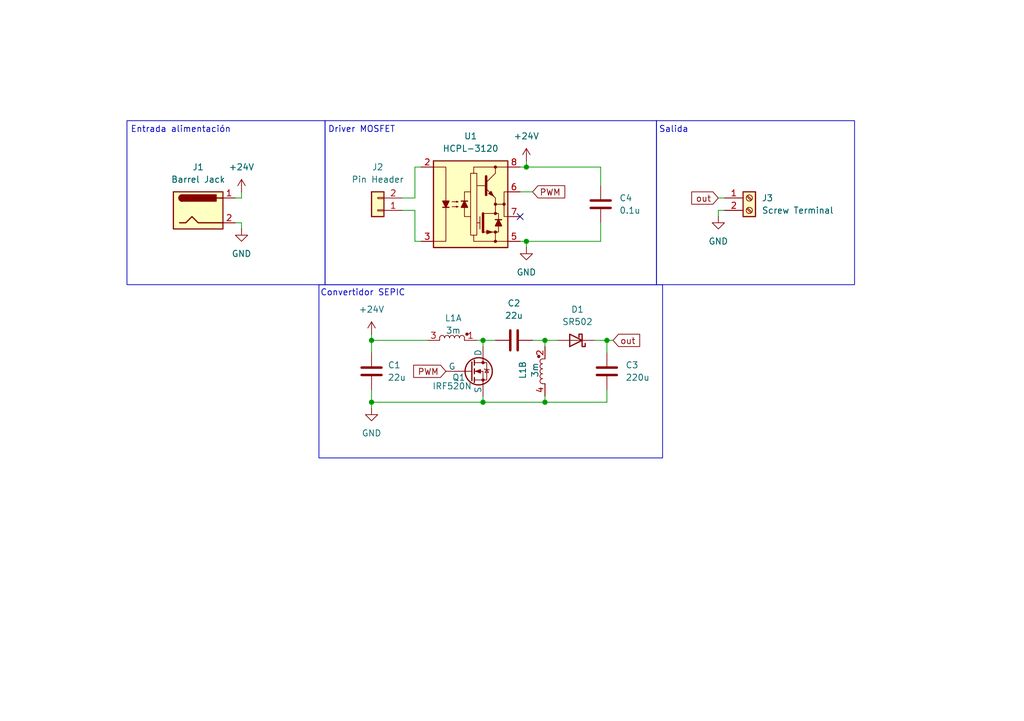
<source format=kicad_sch>
(kicad_sch (version 20250114) (generator "eeschema") (generator_version "9.0")
  (paper "A5")
  (title_block (title "Convertidor DC/DC Sepic") (date "2025-08-27") (rev "1") (company "Universidad de Concepción") (comment 1 "Prof. Lautaro Salazar") (comment 2 "Bruno Pacheco Champin") (comment 3 "Tomás Aguayo Briones") (comment 4 "Peter Rozas Pardo") (comment 5 "Grupo 1"))
  (lib_symbols
    (symbol "Connector:Barrel_Jack" (pin_names (offset 1.016))
      (property "Reference" "J" (at 0 5.334 0))
      (property "Value" "Barrel_Jack" (at 0 -5.08 0))
      (symbol "Barrel_Jack_0_1"
        (rectangle (start -5.08 3.81) (end 5.08 -3.81) (stroke (width 0.254)) (fill (type background)))
        (polyline (pts (xy -3.81 -2.54) (xy -2.54 -2.54) (xy -1.27 -1.27) (xy 0 -2.54) (xy 2.54 -2.54) (xy 5.08 -2.54)) (stroke (width 0.254)))
        (arc (start -3.302 1.905) (mid -3.9343 2.54) (end -3.302 3.175) (stroke (width 0.254)))
        (arc (start -3.302 1.905) (mid -3.9343 2.54) (end -3.302 3.175) (stroke (width 0.254)) (fill (type outline)))
        (rectangle (start 3.683 3.175) (end -3.302 1.905) (stroke (width 0.254)) (fill (type outline)))
        (polyline (pts (xy 5.08 2.54) (xy 3.81 2.54)) (stroke (width 0.254)))
      )
      (symbol "Barrel_Jack_1_1"
        (pin passive line (at 7.62 2.54 180) (length 2.54) (name "~") (number "1"))
        (pin passive line (at 7.62 -2.54 180) (length 2.54) (name "~") (number "2"))
      )
    )
    (symbol "Connector:Screw_Terminal_01x02" (pin_names (offset 1.016) (hide yes))
      (property "Reference" "J" (at 0 2.54 0))
      (property "Value" "Screw_Terminal_01x02" (at 0 -5.08 0))
      (symbol "Screw_Terminal_01x02_1_1"
        (rectangle (start -1.27 1.27) (end 1.27 -3.81) (stroke (width 0.254)) (fill (type background)))
        (polyline (pts (xy -0.5334 0.3302) (xy 0.3302 -0.508)) (stroke (width 0.1524)))
        (polyline (pts (xy -0.5334 -2.2098) (xy 0.3302 -3.048)) (stroke (width 0.1524)))
        (polyline (pts (xy -0.3556 0.508) (xy 0.508 -0.3302)) (stroke (width 0.1524)))
        (polyline (pts (xy -0.3556 -2.032) (xy 0.508 -2.8702)) (stroke (width 0.1524)))
        (circle (center 0 0) (radius 0.635) (stroke (width 0.1524)))
        (circle (center 0 -2.54) (radius 0.635) (stroke (width 0.1524)))
        (pin passive line (at -5.08 0 0) (length 3.81) (name "Pin_1") (number "1"))
        (pin passive line (at -5.08 -2.54 0) (length 3.81) (name "Pin_2") (number "2"))
      )
    )
    (symbol "Connector_Generic:Conn_01x02" (pin_names (offset 1.016) (hide yes))
      (property "Reference" "J" (at 0 2.54 0))
      (property "Value" "Conn_01x02" (at 0 -5.08 0))
      (symbol "Conn_01x02_1_1"
        (rectangle (start -1.27 1.27) (end 1.27 -3.81) (stroke (width 0.254)) (fill (type background)))
        (rectangle (start -1.27 0.127) (end 0 -0.127) (stroke (width 0.1524)))
        (rectangle (start -1.27 -2.413) (end 0 -2.667) (stroke (width 0.1524)))
        (pin passive line (at -5.08 0 0) (length 3.81) (name "Pin_1") (number "1"))
        (pin passive line (at -5.08 -2.54 0) (length 3.81) (name "Pin_2") (number "2"))
      )
    )
    (symbol "Device:C" (pin_numbers (hide yes)) (pin_names (offset 0.254))
      (property "Reference" "C" (at 0.635 2.54 0))
      (property "Value" "C" (at 0.635 -2.54 0))
      (symbol "C_0_1"
        (polyline (pts (xy -2.032 0.762) (xy 2.032 0.762)) (stroke (width 0.508)))
        (polyline (pts (xy -2.032 -0.762) (xy 2.032 -0.762)) (stroke (width 0.508)))
      )
      (symbol "C_1_1"
        (pin passive line (at 0 3.81 270) (length 2.794) (name "~") (number "1"))
        (pin passive line (at 0 -3.81 90) (length 2.794) (name "~") (number "2"))
      )
    )
    (symbol "Device:D_Schottky" (pin_numbers (hide yes)) (pin_names (offset 1.016) (hide yes))
      (property "Reference" "D" (at 0 2.54 0))
      (property "Value" "D_Schottky" (at 0 -2.54 0))
      (symbol "D_Schottky_0_1"
        (polyline (pts (xy -1.905 0.635) (xy -1.905 1.27) (xy -1.27 1.27) (xy -1.27 -1.27) (xy -0.635 -1.27) (xy -0.635 -0.635)) (stroke (width 0.254)))
        (polyline (pts (xy 1.27 1.27) (xy 1.27 -1.27) (xy -1.27 0) (xy 1.27 1.27)) (stroke (width 0.254)))
        (polyline (pts (xy 1.27 0) (xy -1.27 0)))
      )
      (symbol "D_Schottky_1_1"
        (pin passive line (at -3.81 0 0) (length 2.54) (name "K") (number "1"))
        (pin passive line (at 3.81 0 180) (length 2.54) (name "A") (number "2"))
      )
    )
    (symbol "Driver_FET:HCPL-3120" (pin_names (hide yes))
      (property "Reference" "U" (at 0 12.7 0))
      (property "Value" "HCPL-3120" (at 0 10.16 0))
      (symbol "HCPL-3120_0_1"
        (rectangle (start -7.62 8.89) (end 7.62 -8.89) (stroke (width 0.254)) (fill (type background)))
        (polyline (pts (xy -7.62 7.62) (xy -5.08 7.62) (xy -5.08 -7.62) (xy -7.62 -7.62)))
        (polyline (pts (xy -5.715 -0.635) (xy -4.445 -0.635)) (stroke (width 0.254)))
        (polyline (pts (xy -5.08 -0.635) (xy -5.715 0.635) (xy -4.445 0.635) (xy -5.08 -0.635)) (stroke (width 0.254)) (fill (type outline)))
        (polyline (pts (xy -3.81 0.508) (xy -2.54 0.508) (xy -2.921 0.381) (xy -2.921 0.635) (xy -2.54 0.508)))
        (polyline (pts (xy -3.81 -0.508) (xy -2.54 -0.508) (xy -2.921 -0.635) (xy -2.921 -0.381) (xy -2.54 -0.508)))
        (polyline (pts (xy -1.27 0.635) (xy -1.27 2.54) (xy 0 2.54)))
        (polyline (pts (xy -1.27 0.635) (xy -0.635 -0.635) (xy -1.905 -0.635) (xy -1.27 0.635)) (stroke (width 0.254)) (fill (type outline)))
        (polyline (pts (xy -1.27 -0.635) (xy -1.27 -2.54) (xy 0 -2.54)))
        (polyline (pts (xy -0.635 0.635) (xy -1.905 0.635)) (stroke (width 0.254)))
        (rectangle (start 0.635 6.35) (end 0.635 7.62))
        (rectangle (start 0.635 6.35) (end 0.635 6.35))
        (polyline (pts (xy 0.635 -6.35) (xy 0.635 -7.62) (xy 7.62 -7.62)))
        (polyline (pts (xy 1.27 6.35) (xy 1.27 -6.35) (xy 0 -6.35) (xy 0 6.35) (xy 1.27 6.35)))
        (polyline (pts (xy 1.27 -3.81) (xy 1.905 -3.81)))
        (polyline (pts (xy 1.905 -5.08) (xy 1.905 -2.54)))
        (polyline (pts (xy 2.54 -5.715) (xy 2.54 -1.905)) (stroke (width 0.508)))
        (polyline (pts (xy 3.048 3.81) (xy 1.27 3.81)))
        (polyline (pts (xy 3.175 5.715) (xy 3.175 1.905) (xy 3.175 1.905)) (stroke (width 0.508)))
        (polyline (pts (xy 3.175 4.445) (xy 5.08 6.35)))
        (polyline (pts (xy 3.683 2.159) (xy 4.191 2.667) (xy 4.699 1.651) (xy 3.683 2.159) (xy 3.683 2.159)) (fill (type outline)))
        (polyline (pts (xy 4.445 -1.905) (xy 2.54 -1.905)))
        (polyline (pts (xy 4.445 -1.905) (xy 5.715 -1.905) (xy 5.715 -3.175)))
        (polyline (pts (xy 4.445 -5.715) (xy 3.302 -5.334) (xy 3.302 -6.096) (xy 4.445 -5.715)) (fill (type outline)))
        (circle (center 5.08 7.62) (radius 0.254) (fill (type outline)))
        (polyline (pts (xy 5.08 6.35) (xy 5.08 7.62)))
        (polyline (pts (xy 5.08 1.27) (xy 3.175 3.175)) (fill (type outline)))
        (polyline (pts (xy 5.08 1.27) (xy 5.08 -1.905)))
        (polyline (pts (xy 5.08 0) (xy 6.858 0)))
        (circle (center 5.08 0) (radius 0.254) (fill (type outline)))
        (circle (center 5.08 -1.905) (radius 0.254) (fill (type outline)))
        (polyline (pts (xy 5.08 -5.715) (xy 5.08 -7.62)))
        (circle (center 5.08 -5.715) (radius 0.254) (fill (type outline)))
        (circle (center 5.08 -7.62) (radius 0.254) (fill (type outline)))
        (polyline (pts (xy 5.715 -3.175) (xy 6.35 -4.445) (xy 5.08 -4.445) (xy 5.715 -3.175)) (stroke (width 0.254)) (fill (type outline)))
        (polyline (pts (xy 5.715 -4.445) (xy 5.715 -5.715) (xy 2.54 -5.715)))
        (polyline (pts (xy 6.35 -3.175) (xy 5.08 -3.175)) (stroke (width 0.254)))
        (circle (center 6.858 0) (radius 0.254) (fill (type outline)))
        (polyline (pts (xy 7.62 7.62) (xy 0.635 7.62)))
        (polyline (pts (xy 7.62 2.54) (xy 6.858 2.54) (xy 6.858 -2.54) (xy 7.62 -2.54)))
      )
      (symbol "HCPL-3120_1_1"
        (pin passive line (at -10.16 7.62 0) (length 2.54) (name "A") (number "2"))
        (pin passive line (at -10.16 -7.62 0) (length 2.54) (name "C") (number "3"))
        (pin no_connect line (at -7.62 2.54 0) (length 2.54) (hide yes) (name "NC") (number "1"))
        (pin no_connect line (at -7.62 -2.54 0) (length 2.54) (hide yes) (name "NC") (number "4"))
        (pin power_in line (at 10.16 7.62 180) (length 2.54) (name "VCC") (number "8"))
        (pin output line (at 10.16 2.54 180) (length 2.54) (name "VO") (number "6"))
        (pin output line (at 10.16 -2.54 180) (length 2.54) (name "VO") (number "7"))
        (pin power_out line (at 10.16 -7.62 180) (length 2.54) (name "VEE") (number "5"))
      )
    )
    (symbol "Inductor:L_Coupled"
      (property "Reference" "L1" (at -0.254 4.572 0))
      (property "Value" "3m" (at -0.254 2.032 0))
      (symbol "L_Coupled_0_1"
        (circle (center -3.048 1.27) (radius 0.254) (fill (type outline)))
        (polyline (pts (xy -2.54 0.508) (xy -2.54 0)))
        (arc (start -2.54 0.508) (mid -2.032 1.0138) (end -1.524 0.508))
        (arc (start -1.524 0.508) (mid -1.016 1.0138) (end -0.508 0.508))
        (arc (start -0.508 0.508) (mid 0 1.0138) (end 0.508 0.508))
        (arc (start 0.508 0.508) (mid 1.016 1.0138) (end 1.524 0.508))
        (arc (start 1.524 0.508) (mid 2.032 1.0138) (end 2.54 0.508))
        (polyline (pts (xy 2.54 0.508) (xy 2.54 0)))
      )
      (symbol "L_Coupled_1_1"
        (pin passive line (at -5.08 0 0) (length 2.54) (name "") (number "1"))
        (pin passive line (at 5.08 0 180) (length 2.54) (name "") (number "3"))
      )
      (symbol "L_Coupled_2_1"
        (pin passive line (at -5.08 0 0) (length 2.54) (name "") (number "2"))
        (pin passive line (at 5.08 0 180) (length 2.54) (name "") (number "4"))
      )
    )
    (symbol "L_Coupled_1"
      (property "Reference" "L1" (at -0.254 4.572 0))
      (property "Value" "3m" (at -0.254 2.032 0))
      (symbol "L_Coupled_1_0_1"
        (circle (center -3.048 1.27) (radius 0.254) (fill (type outline)))
        (polyline (pts (xy -2.54 0.508) (xy -2.54 0)))
        (arc (start -2.54 0.508) (mid -2.032 1.0138) (end -1.524 0.508))
        (arc (start -1.524 0.508) (mid -1.016 1.0138) (end -0.508 0.508))
        (arc (start -0.508 0.508) (mid 0 1.0138) (end 0.508 0.508))
        (arc (start 0.508 0.508) (mid 1.016 1.0138) (end 1.524 0.508))
        (arc (start 1.524 0.508) (mid 2.032 1.0138) (end 2.54 0.508))
        (polyline (pts (xy 2.54 0.508) (xy 2.54 0)))
      )
      (symbol "L_Coupled_1_1_1"
        (pin passive line (at -5.08 0 0) (length 2.54) (name "") (number "1"))
        (pin passive line (at 5.08 0 180) (length 2.54) (name "") (number "3"))
      )
      (symbol "L_Coupled_1_2_1"
        (pin passive line (at -5.08 0 0) (length 2.54) (name "") (number "2"))
        (pin passive line (at 5.08 0 180) (length 2.54) (name "") (number "4"))
      )
    )
    (symbol "Simulation_SPICE:NMOS" (pin_numbers (hide yes)) (pin_names (offset 0))
      (property "Reference" "Q" (at 5.08 1.27 0))
      (property "Value" "NMOS" (at 5.08 -1.27 0))
      (symbol "NMOS_0_1"
        (polyline (pts (xy 0.254 1.905) (xy 0.254 -1.905)) (stroke (width 0.254)))
        (polyline (pts (xy 0.254 0) (xy -2.54 0)))
        (polyline (pts (xy 0.762 2.286) (xy 0.762 1.27)) (stroke (width 0.254)))
        (polyline (pts (xy 0.762 0.508) (xy 0.762 -0.508)) (stroke (width 0.254)))
        (polyline (pts (xy 0.762 -1.27) (xy 0.762 -2.286)) (stroke (width 0.254)))
        (polyline (pts (xy 0.762 -1.778) (xy 3.302 -1.778) (xy 3.302 1.778) (xy 0.762 1.778)))
        (polyline (pts (xy 1.016 0) (xy 2.032 0.381) (xy 2.032 -0.381) (xy 1.016 0)) (fill (type outline)))
        (circle (center 1.651 0) (radius 2.794) (stroke (width 0.254)))
        (polyline (pts (xy 2.54 2.54) (xy 2.54 1.778)))
        (circle (center 2.54 1.778) (radius 0.254) (fill (type outline)))
        (circle (center 2.54 -1.778) (radius 0.254) (fill (type outline)))
        (polyline (pts (xy 2.54 -2.54) (xy 2.54 0) (xy 0.762 0)))
        (polyline (pts (xy 2.794 0.508) (xy 2.921 0.381) (xy 3.683 0.381) (xy 3.81 0.254)))
        (polyline (pts (xy 3.302 0.381) (xy 2.921 -0.254) (xy 3.683 -0.254) (xy 3.302 0.381)))
      )
      (symbol "NMOS_1_1"
        (pin input line (at -5.08 0 0) (length 2.54) (name "G") (number "2"))
        (pin passive line (at 2.54 5.08 270) (length 2.54) (name "D") (number "1"))
        (pin passive line (at 2.54 -5.08 90) (length 2.54) (name "S") (number "3"))
      )
    )
    (symbol "power:+24V" (power) (pin_numbers (hide yes)) (pin_names (offset 0) (hide yes))
      (property "Value" "+24V" (at 0 3.556 0))
      (symbol "+24V_0_1"
        (polyline (pts (xy -0.762 1.27) (xy 0 2.54)))
        (polyline (pts (xy 0 2.54) (xy 0.762 1.27)))
        (polyline (pts (xy 0 0) (xy 0 2.54)))
      )
      (symbol "+24V_1_1"
        (pin power_in line (at 0 0 90) (length 0) (name "~") (number "1"))
      )
    )
    (symbol "power:GND" (power) (pin_numbers (hide yes)) (pin_names (offset 0) (hide yes))
      (property "Value" "GND" (at 0 -3.81 0))
      (symbol "GND_0_1"
        (polyline (pts (xy 0 0) (xy 0 -1.27) (xy 1.27 -1.27) (xy 0 -2.54) (xy -1.27 -1.27) (xy 0 -1.27)))
      )
      (symbol "GND_1_1"
        (pin power_in line (at 0 0 270) (length 0) (name "~") (number "1"))
      )
    )
  )
  (rectangle (start 66.675 24.765) (end 134.62 58.42))
  (rectangle (start 134.62 24.765) (end 175.26 58.42))
  (rectangle (start 65.405 58.42) (end 135.89 93.98))
  (rectangle (start 26.035 24.765) (end 66.675 58.42))
  (text "Driver MOSFET" (at 74.168 26.67 0) (effects (font (size 1.27 1.27))))
  (text "Entrada alimentación" (at 37.084 26.67 0) (effects (font (size 1.27 1.27))))
  (text "Salida" (at 138.176 26.67 0) (effects (font (size 1.27 1.27))))
  (text "Convertidor SEPIC" (at 74.422 60.198 0) (effects (font (size 1.27 1.27))))
  (junction (at 111.76 82.55))
  (junction (at 76.2 82.55))
  (junction (at 124.46 69.85))
  (junction (at 107.95 34.29))
  (junction (at 107.95 49.53))
  (junction (at 111.76 69.85))
  (junction (at 76.2 69.85))
  (junction (at 99.06 82.55))
  (junction (at 99.06 69.85))
  (no_connect (at 106.68 44.45))
  (wire (pts (xy 76.2 82.55) (xy 99.06 82.55)))
  (wire (pts (xy 111.76 81.28) (xy 111.76 82.55)))
  (wire (pts (xy 107.95 33.02) (xy 107.95 34.29)))
  (wire (pts (xy 85.09 34.29) (xy 86.36 34.29)))
  (wire (pts (xy 147.32 43.18) (xy 148.59 43.18)))
  (wire (pts (xy 49.53 40.64) (xy 48.26 40.64)))
  (wire (pts (xy 111.76 69.85) (xy 114.3 69.85)))
  (wire (pts (xy 99.06 69.85) (xy 101.6 69.85)))
  (wire (pts (xy 76.2 69.85) (xy 87.63 69.85)))
  (wire (pts (xy 109.22 39.37) (xy 106.68 39.37)))
  (wire (pts (xy 76.2 68.58) (xy 76.2 69.85)))
  (wire (pts (xy 147.32 44.45) (xy 147.32 43.18)))
  (wire (pts (xy 85.09 43.18) (xy 85.09 49.53)))
  (wire (pts (xy 99.06 82.55) (xy 111.76 82.55)))
  (wire (pts (xy 111.76 82.55) (xy 124.46 82.55)))
  (wire (pts (xy 49.53 45.72) (xy 49.53 46.99)))
  (wire (pts (xy 76.2 69.85) (xy 76.2 72.39)))
  (wire (pts (xy 124.46 69.85) (xy 125.73 69.85)))
  (wire (pts (xy 124.46 82.55) (xy 124.46 80.01)))
  (wire (pts (xy 99.06 69.85) (xy 99.06 71.12)))
  (wire (pts (xy 99.06 81.28) (xy 99.06 82.55)))
  (wire (pts (xy 111.76 69.85) (xy 111.76 71.12)))
  (wire (pts (xy 107.95 34.29) (xy 106.68 34.29)))
  (wire (pts (xy 82.55 40.64) (xy 85.09 40.64)))
  (wire (pts (xy 48.26 45.72) (xy 49.53 45.72)))
  (wire (pts (xy 82.55 43.18) (xy 85.09 43.18)))
  (wire (pts (xy 107.95 49.53) (xy 107.95 50.8)))
  (wire (pts (xy 124.46 69.85) (xy 124.46 72.39)))
  (wire (pts (xy 109.22 69.85) (xy 111.76 69.85)))
  (wire (pts (xy 76.2 80.01) (xy 76.2 82.55)))
  (wire (pts (xy 147.32 40.64) (xy 148.59 40.64)))
  (wire (pts (xy 85.09 40.64) (xy 85.09 34.29)))
  (wire (pts (xy 85.09 49.53) (xy 86.36 49.53)))
  (wire (pts (xy 49.53 39.37) (xy 49.53 40.64)))
  (wire (pts (xy 123.19 49.53) (xy 123.19 45.72)))
  (wire (pts (xy 97.79 69.85) (xy 99.06 69.85)))
  (wire (pts (xy 106.68 49.53) (xy 107.95 49.53)))
  (wire (pts (xy 76.2 82.55) (xy 76.2 83.82)))
  (wire (pts (xy 123.19 38.1) (xy 123.19 34.29)))
  (wire (pts (xy 107.95 49.53) (xy 123.19 49.53)))
  (wire (pts (xy 123.19 34.29) (xy 107.95 34.29)))
  (wire (pts (xy 121.92 69.85) (xy 124.46 69.85)))
  (global_label "PWM" (shape input) (at 91.44 76.2 180) (property "Intersheetrefs" "${INTERSHEET_REFS}" (effects (hide yes))))
  (global_label "out" (shape input) (at 147.32 40.64 180) (property "Intersheetrefs" "${INTERSHEET_REFS}" (effects (hide yes))))
  (global_label "out" (shape input) (at 125.73 69.85 0) (property "Intersheetrefs" "${INTERSHEET_REFS}" (effects (hide yes))))
  (global_label "PWM" (shape input) (at 109.22 39.37 0) (property "Intersheetrefs" "${INTERSHEET_REFS}" (effects (hide yes))))
  (symbol (lib_id "Connector_Generic:Conn_01x02") (at 77.47 43.18 180) (unit 1)
    (property "Reference" "J2" (at 77.47 34.29 0))
    (property "Value" "Pin Header" (at 77.47 36.83 0))
    (property "Footprint" "Connector_PinHeader_2.54mm:PinHeader_1x02_P2.54mm_Horizontal" (effects (hide yes)))
    (property "Description" "Headers macho de 2.54mm, horizontales" (effects (hide yes)))
  )
  (symbol (lib_id "Device:C") (at 123.19 41.91 0) (unit 1)
    (property "Reference" "C4" (at 127 40.6399 0) (effects (justify left)))
    (property "Value" "0.1u" (at 127 43.1799 0) (effects (justify left)))
    (property "Footprint" "Capacitor_THT:C_Disc_D3.8mm_W2.6mm_P2.50mm" (effects (hide yes)))
    (property "Description" "Unpolarized capacitor" (effects (hide yes)))
  )
  (symbol (lib_id "power:GND") (at 76.2 83.82 0) (unit 1)
    (property "Reference" "#PWR02" (effects (hide yes)))
    (property "Value" "GND" (at 76.2 88.9 0))
    (property "Description" "Power symbol creates a global label with name \"GND\" , ground" (effects (hide yes)))
  )
  (symbol (lib_id "Device:D_Schottky") (at 118.11 69.85 180) (unit 1)
    (property "Reference" "D1" (at 118.4275 63.5 0))
    (property "Value" "SR502" (at 118.4275 66.04 0))
    (property "Footprint" "Diode_THT:D_A-405_P7.62mm_Horizontal" (effects (hide yes)))
    (property "Datasheet" "https://mm.digikey.com/Volume0/opasdata/d220001/medias/docus/827/SR502-506.pdf" (effects (hide yes)))
    (property "Description" "Diodo Schottky" (effects (hide yes)))
    (property "Sim.Device" "D" (effects (hide yes)))
    (property "Sim.Pins" "1=A 2=K" (effects (hide yes)))
  )
  (symbol (lib_id "Driver_FET:HCPL-3120") (at 96.52 41.91 0) (unit 1)
    (property "Reference" "U1" (at 96.52 27.94 0))
    (property "Value" "HCPL-3120" (at 96.52 30.48 0))
    (property "Footprint" "Package_DIP:DIP-8_W7.62mm" (effects (hide yes)))
    (property "Datasheet" "https://docs.broadcom.com/docs/AV02-0161EN" (effects (hide yes)))
    (property "Description" "Driver para MOSFET, octoacoplador" (effects (hide yes)))
  )
  (symbol (lib_id "Device:C") (at 76.2 76.2 0) (unit 1)
    (property "Reference" "C1" (at 79.502 74.93 0) (effects (justify left)))
    (property "Value" "22u" (at 79.502 77.47 0) (effects (justify left)))
    (property "Footprint" "Capacitor_THT:C_Radial_D4.0mm_H7.0mm_P1.50mm" (effects (hide yes)))
    (property "Description" "Unpolarized capacitor" (effects (hide yes)))
  )
  (symbol (lib_id "power:+24V") (at 107.95 33.02 0) (unit 1)
    (property "Reference" "#PWR06" (effects (hide yes)))
    (property "Value" "+24V" (at 107.95 27.94 0))
    (property "Description" "Power symbol creates a global label with name \"+24V\"" (effects (hide yes)))
  )
  (symbol (lib_id "power:GND") (at 49.53 46.99 0) (unit 1)
    (property "Reference" "#PWR04" (effects (hide yes)))
    (property "Value" "GND" (at 49.53 52.07 0))
    (property "Description" "Power symbol creates a global label with name \"GND\" , ground" (effects (hide yes)))
  )
  (symbol (lib_id "Device:C") (at 124.46 76.2 0) (unit 1)
    (property "Reference" "C3" (at 128.27 74.9299 0) (effects (justify left)))
    (property "Value" "220u" (at 128.27 77.4699 0) (effects (justify left)))
    (property "Footprint" "Capacitor_THT:C_Radial_D10.0mm_H16.0mm_P5.00mm" (effects (hide yes)))
    (property "Description" "Unpolarized capacitor" (effects (hide yes)))
  )
  (symbol (lib_id "power:GND") (at 147.32 44.45 0) (unit 1)
    (property "Reference" "#PWR07" (effects (hide yes)))
    (property "Value" "GND" (at 147.32 49.53 0))
    (property "Description" "Power symbol creates a global label with name \"GND\" , ground" (effects (hide yes)))
  )
  (symbol (lib_id "power:GND") (at 107.95 50.8 0) (unit 1)
    (property "Reference" "#PWR05" (effects (hide yes)))
    (property "Value" "GND" (at 107.95 55.88 0))
    (property "Description" "Power symbol creates a global label with name \"GND\" , ground" (effects (hide yes)))
  )
  (symbol (lib_id "power:+24V") (at 49.53 39.37 0) (unit 1)
    (property "Reference" "#PWR03" (effects (hide yes)))
    (property "Value" "+24V" (at 49.53 34.29 0))
    (property "Description" "Power symbol creates a global label with name \"+24V\"" (effects (hide yes)))
  )
  (symbol (lib_id "power:+24V") (at 76.2 68.58 0) (unit 1)
    (property "Reference" "#PWR01" (effects (hide yes)))
    (property "Value" "+24V" (at 76.2 63.5 0))
    (property "Description" "Power symbol creates a global label with name \"+24V\"" (effects (hide yes)))
  )
  (symbol (lib_name "L_Coupled_1") (lib_id "Inductor:L_Coupled") (at 111.76 76.2 90) (mirror x) (unit 2)
    (property "Reference" "L1" (at 107.188 75.946 0))
    (property "Value" "3m" (at 109.728 75.946 0))
    (property "Footprint" "Inductor_THT:L_CommonMode_Toroid_Vertical_L43.2mm_W22.9mm_Px17.78mm_Py30.48mm_Bourns_8100" (effects (hide yes)))
    (property "Description" "Coupled Inductor" (effects (hide yes)))
  )
  (symbol (lib_id "Inductor:L_Coupled") (at 92.71 69.85 0) (mirror y) (unit 1)
    (property "Reference" "L1" (at 92.964 65.278 0))
    (property "Value" "3m" (at 92.964 67.818 0))
    (property "Footprint" "Inductor_THT:L_CommonMode_Toroid_Vertical_L43.2mm_W22.9mm_Px17.78mm_Py30.48mm_Bourns_8100" (effects (hide yes)))
    (property "Description" "Coupled Inductor" (effects (hide yes)))
  )
  (symbol (lib_id "Connector:Barrel_Jack") (at 40.64 43.18 0) (unit 1)
    (property "Reference" "J1" (at 40.64 34.29 0))
    (property "Value" "Barrel Jack" (at 40.64 36.83 0))
    (property "Footprint" "Connector_BarrelJack:BarrelJack_Horizontal" (effects (hide yes)))
    (property "Datasheet" "https://www.switchcraft.com/assets/1/27/switchcraft_npb_656_bkz_locking_power_jacks.pdf?6944" (effects (hide yes)))
    (property "Description" "Conector DC hembra" (effects (hide yes)))
  )
  (symbol (lib_id "Connector:Screw_Terminal_01x02") (at 153.67 40.64 0) (unit 1)
    (property "Reference" "J3" (at 156.21 40.6399 0) (effects (justify left)))
    (property "Value" "Screw Terminal" (at 156.21 43.1799 0) (effects (justify left)))
    (property "Footprint" "TerminalBlock_Phoenix:TerminalBlock_Phoenix_MKDS-1,5-2-5.08_1x02_P5.08mm_Horizontal" (effects (hide yes)))
    (property "Datasheet" "http://www.farnell.com/datasheets/100425.pdf" (effects (hide yes)))
    (property "Description" "Terminal con tornillos genérico" (effects (hide yes)))
  )
  (symbol (lib_id "Device:C") (at 105.41 69.85 90) (unit 1)
    (property "Reference" "C2" (at 105.41 62.23 90))
    (property "Value" "22u" (at 105.41 64.77 90))
    (property "Footprint" "Capacitor_THT:C_Radial_D4.0mm_H7.0mm_P1.50mm" (effects (hide yes)))
    (property "Description" "Unpolarized capacitor" (effects (hide yes)))
  )
  (symbol (lib_id "Simulation_SPICE:NMOS") (at 96.52 76.2 0) (unit 1)
    (property "Reference" "Q1" (at 92.71 77.47 0) (effects (justify left)))
    (property "Value" "IRF520N" (at 88.646 79.248 0) (effects (justify left)))
    (property "Footprint" "Package_TO_SOT_THT:TO-3P-3_Vertical" (effects (hide yes)))
    (property "Datasheet" "https://www.infineon.com/assets/row/public/documents/24/49/infineon-irf520n-datasheet-en.pdf" (effects (hide yes)))
    (property "Description" "Transistor MOSFET canal N" (effects (hide yes)))
    (property "Sim.Device" "NMOS" (effects (hide yes)))
    (property "Sim.Type" "VDMOS" (effects (hide yes)))
    (property "Sim.Pins" "1=D 2=G 3=S" (effects (hide yes)))
  )
)
</source>
